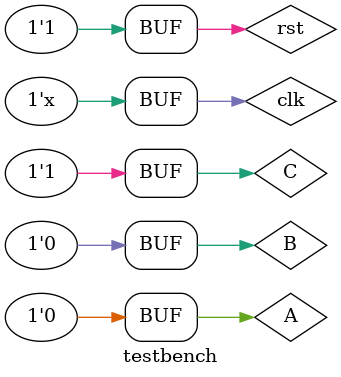
<source format=v>
`timescale 10ns / 100ps

module testbench();

reg clk, rst, A,B,C;
wire [2:0] state;
wire y;

vm vending_machine(clk, rst, A, B, C, state, y);

initial  begin
    clk = 0;
    rst = 0;
    A=0;
    B=0;
    C=0;
    #5 rst = 1;  
    #5 A = 1; B = 0; C = 0;
    #5 A = 0; B = 1; C = 0;
    #5 A = 1; B = 0; C = 0;
    #5 A = 0; B = 1; C = 0;
    #5 A = 0; B = 0; C = 1; 
    #5 rst = 0;
    #5 rst = 1;
    #5 A = 1; B = 0; C = 0;
    #5 A = 0; B = 1; C = 0;
    #5 A = 0; B = 0; C = 1; 

end

always begin
    #1 clk <= ~clk;
end

endmodule

</source>
